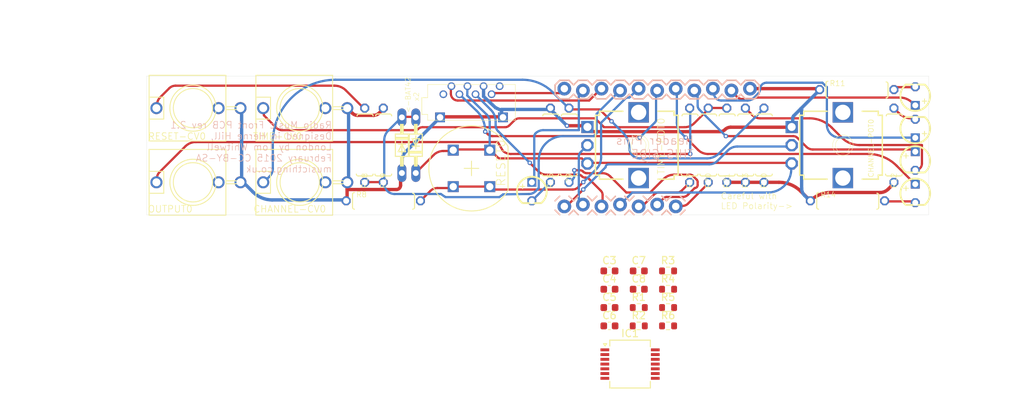
<source format=kicad_pcb>
(kicad_pcb (version 20240108) (generator "pcbnew") (generator_version "8.0")
  (layers (0 "F.Cu" signal) (1 "In1.Cu" signal) (2 "In2.Cu" signal) (31 "B.Cu" signal) (34 "B.Paste" user) (35 "F.Paste" user) (36 "B.SilkS" user "B.Silkscreen") (37 "F.SilkS" user "F.Silkscreen") (38 "B.Mask" user) (39 "F.Mask" user) (44 "Edge.Cuts" user))
  (net 0 "")
  (net 1 "GND")
  (net 2 "+12V")
  (net 3 "-12V")
  (net 4 "Net-(C5-Pad2)")
  (net 5 "Net-(IC1D-+IN)")
  (net 6 "Net-(C7-Pad1)")
  (net 7 "Net-(IC1D--IN)")
  (net 8 "Net-(IC1A-+IN)")
  (net 9 "Net-(CHANNEL-CV0-2)")
  (net 11 "/GND_F")
  (net 12 "/CHANNEL_POT_F")
  (net 13 "/+3.3V_F")
  (net 14 "/RESET_CV_F")
  (net 15 "Net-(IC1B--IN)")
  (net 16 "Net-(IC1C--IN)")
  (net 17 "Net-(IC1A--IN)")
  (net 18 "/MOSI_F")
  (net 19 "/LED1_F")
  (net 20 "/LED4_F")
  (net 21 "/LED3_F")
  (net 22 "/SS_F")
  (net 23 "/LED_RESET_F")
  (net 24 "/MISO_F")
  (net 25 "/LED2_F")
  (net 26 "/RESET_SW_F")
  (net 27 "/CHANNEL_CV_F")
  (net 28 "/SCLK_F")
  (net 29 "/TIME_CV_F")
  (net 30 "/AUDIO_OUT_F")
  (net 31 "/TIME_POT_F")
  (net 32 "Net-(LED1-C)")
  (net 33 "Net-(LED2-C)")
  (net 34 "Net-(LED3-C)")
  (net 35 "Net-(LED4-C)")
  (net 36 "Net-(LED5-C)")
  (net 38 "Net-(OUTPUT0-2)")
  (net 39 "Net-(RESET-CV0-2)")
  (net 40 "Net-(TIME-CV0-2)")
  (net 45 "/DAC")
  (net 46 "/AUDIO_OUT")
  (net 47 "/TIME_CV")
  (net 48 "/CHANNEL_CV")
  (net 49 "/PIN22{slash}A8")
  (net 50 "/PIN20{slash}A6")
  (footprint "Resistor_SMD:R_0603_1608Metric" (layer "F.Cu") (at 166.342 129.726)
    (property "Reference" "R6")
    (property "Value" "1k")
  )
  (footprint "RadioMusic_F:WQP-PJ301M-12_JACK" (layer "F.Cu") (at 115.9561 99.8986 90)
    (property "Reference" "TIME-CV0")
    (property "Value" "WQP-PJ301M-12_JACK" (hide yes))
  )
  (footprint "RadioMusic_F:0207_10" (layer "F.Cu") (at 179.4561 104.9786 90)
    (property "Reference" "R10")
    (property "Value" "47k")
  )
  (footprint "RadioMusic_F:LED3MM" (layer "F.Cu") (at 200.1571 111.5826 -90)
    (property "Reference" "LED4")
    (property "Value" "LED3MM")
  )
  (footprint "RadioMusic_F:0207_10" (layer "F.Cu") (at 127.3861 112.5986)
    (property "Reference" "R8")
    (property "Value" "10k")
  )
  (footprint "Capacitor_SMD:C_0603_1608Metric" (layer "F.Cu") (at 162.332 122.196)
    (property "Reference" "C7")
    (property "Value" "1n")
  )
  (footprint "Resistor_SMD:R_0603_1608Metric" (layer "F.Cu") (at 166.342 127.216)
    (property "Reference" "R5")
    (property "Value" "330K")
  )
  (footprint "RadioMusic_F:0207_10" (layer "F.Cu") (at 192.1561 97.3586)
    (property "Reference" "R11")
    (property "Value" "1.5k")
  )
  (footprint "RadioMusic_F:0207_10" (layer "F.Cu") (at 174.3761 104.9786 90)
    (property "Reference" "R21")
    (property "Value" "47k")
  )
  (footprint "RadioMusic_F:0207_10" (layer "F.Cu") (at 190.8861 112.5986)
    (property "Reference" "R14")
    (property "Value" "1.5k")
  )
  (footprint "RadioMusic_F:WQP-PJ301M-12_JACK" (layer "F.Cu") (at 101.3511 110.0586 90)
    (property "Reference" "OUTPUT0")
    (property "Value" "WQP-PJ301M-12_JACK" (hide yes))
  )
  (footprint "RadioMusic_F:WQP-PJ301M-12_JACK" (layer "F.Cu") (at 115.9561 110.0586 90)
    (property "Reference" "CHANNEL-CV0")
    (property "Value" "WQP-PJ301M-12_JACK" (hide yes))
  )
  (footprint "RadioMusic_F:0207_10" (layer "F.Cu") (at 169.2961 104.9786 90)
    (property "Reference" "R17")
    (property "Value" "220R")
  )
  (footprint "RadioMusic_F:LED3MM" (layer "F.Cu") (at 200.1571 107.1376 -90)
    (property "Reference" "LED3")
    (property "Value" "LED3MM")
  )
  (footprint "RadioMusic_F:0207_10" (layer "F.Cu") (at 171.8361 104.9786 90)
    (property "Reference" "R20")
    (property "Value" "22k")
  )
  (footprint "RadioMusic_F:DO34-7" (layer "F.Cu") (at 131.8311 104.9786 90)
    (property "Reference" "D7" (hide yes))
    (property "Value" "BAT42" (hide yes))
  )
  (footprint "RadioMusic_F:EVUF" (layer "F.Cu") (at 162.3111 104.9786 -90)
    (property "Reference" "TIME-POT0")
    (property "Value" "50k")
  )
  (footprint "Capacitor_SMD:C_0603_1608Metric" (layer "F.Cu") (at 162.332 124.706)
    (property "Reference" "C8")
    (property "Value" "100n")
  )
  (footprint "RadioMusic_F:WQP-PJ301M-12_JACK" (layer "F.Cu") (at 101.3511 99.8986 90)
    (property "Reference" "RESET-CV0")
    (property "Value" "WQP-PJ301M-12_JACK" (hide yes))
  )
  (footprint "RadioMusic_F:0207_10" (layer "F.Cu") (at 197.2361 104.9786 90)
    (property "Reference" "R12")
    (property "Value" "1.5k")
  )
  (footprint "RadioMusic_F:LED3MM" (layer "F.Cu") (at 147.7061 111.3286 -90)
    (property "Reference" "LED5" (hide yes))
    (property "Value" "LED3MM")
  )
  (footprint "Resistor_SMD:R_0603_1608Metric" (layer "F.Cu") (at 162.332 127.216)
    (property "Reference" "R1")
    (property "Value" "47R")
  )
  (footprint "RadioMusic_F:LED3MM" (layer "F.Cu") (at 200.1571 98.2476 90)
    (property "Reference" "LED1")
    (property "Value" "LED3MM")
  )
  (footprint "Package_SO:SSOP-14_5.3x6.2mm_P0.65mm" (layer "F.Cu") (at 161.142 134.956)
    (property "Reference" "IC1")
    (property "Value" "TL074")
  )
  (footprint "RadioMusic_F:0207_10" (layer "F.Cu") (at 150.2461 104.9786 90)
    (property "Reference" "R15")
    (property "Value" "1.5k")
  )
  (footprint "RadioMusic_F:DO34-7" (layer "F.Cu") (at 129.9261 104.9786 -90)
    (property "Reference" "D8" (hide yes))
    (property "Value" "BAT42" (hide yes))
  )
  (footprint "RadioMusic_F:D6_BUTTON_RND" (layer "F.Cu") (at 139.4511 108.1536 180)
    (property "Reference" "RESET0")
    (property "Value" "D6_PUSH_SWITCH" (hide yes))
  )
  (footprint "RadioMusic_F:0207_10" (layer "F.Cu") (at 176.9161 104.9786 90)
    (property "Reference" "R13")
    (property "Value" "1.5k")
  )
  (footprint "RadioMusic_F:0207_10" (layer "F.Cu") (at 152.7861 104.9786 90)
    (property "Reference" "R9")
    (property "Value" "22k")
  )
  (footprint "Resistor_SMD:R_0603_1608Metric" (layer "F.Cu") (at 166.342 124.706)
    (property "Reference" "R4")
    (property "Value" "8.2k")
  )
  (footprint "Resistor_SMD:R_0603_1608Metric" (layer "F.Cu") (at 162.332 129.726)
    (property "Reference" "R2")
    (property "Value" "47R")
  )
  (footprint "Resistor_SMD:R_0603_1608Metric" (layer "F.Cu") (at 166.342 122.196)
    (property "Reference" "R3")
    (property "Value" "8.2k")
  )
  (footprint "Capacitor_SMD:C_0603_1608Metric" (layer "F.Cu") (at 158.322 122.196)
    (property "Reference" "C3")
    (property "Value" "100n")
  )
  (footprint "Capacitor_SMD:C_0603_1608Metric" (layer "F.Cu") (at 158.322 129.726)
    (property "Reference" "C6")
    (property "Value" "1n")
  )
  (footprint "RadioMusic_F:0207_10" (layer "F.Cu") (at 127.3861 104.9786 90)
    (property "Reference" "R19")
    (property "Value" "100k")
  )
  (footprint "RadioMusic_F:0207_10" (layer "F.Cu") (at 124.8461 104.9786 90)
    (property "Reference" "R18")
    (property "Value" "220R")
  )
  (footprint "RadioMusic_F:EVUF" (layer "F.Cu") (at 190.2511 104.9786 -90)
    (property "Reference" "CHANNEL-POT0")
    (property "Value" "50k")
  )
  (footprint "Capacitor_SMD:C_0603_1608Metric" (layer "F.Cu") (at 158.322 124.706)
    (property "Reference" "C4")
    (property "Value" "100n")
  )
  (footprint "RadioMusic_F:VERT_MICROSD_REV2" (layer "F.Cu") (at 139.4511 97.9936)
    (property "Reference" "X1" (hide yes))
    (property "Value" "VERT_SD_CARD_REV2" (hide yes))
  )
  (footprint "Capacitor_SMD:C_0603_1608Metric" (layer "F.Cu") (at 158.322 127.216)
    (property "Reference" "C5")
    (property "Value" "100n")
  )
  (footprint "RadioMusic_F:LED3MM" (layer "F.Cu") (at 200.1571 102.6926 90)
    (property "Reference" "LED2")
    (property "Value" "LED3MM")
  )
  (footprint "RadioMusic_F:1X11_LOCK" (layer "B.Cu") (at 177.5511 97.3586 180)
    (property "Reference" "JP2" (hide yes))
    (property "Value" "M11LOCK" (hide yes))
  )
  (footprint "RadioMusic_F:1X07_LOCK" (layer "B.Cu") (at 152.1511 113.2336)
    (property "Reference" "JP4" (hide yes))
    (property "Value" "M07LOCK")
  )
  (gr_line (start 95.0011 95.5036) (end 95.0011 114.5036) (stroke (width 0.0254)) (layer "Edge.Cuts"))
  (gr_line (start 95.0011 114.5036) (end 202.0011 114.5036) (stroke (width 0.0254)) (layer "Edge.Cuts"))
  (gr_line (start 202.0011 114.5036) (end 202.0011 95.5036) (stroke (width 0.0254)) (layer "Edge.Cuts"))
  (gr_line (start 202.0011 95.5036) (end 95.0011 95.5036) (stroke (width 0.0254)) (layer "Edge.Cuts"))
  (gr_text "Radio Music Front PCB rev 2.1 \nDesigned in Herne Hill, \nLondon by Tom Whitwell \nFebruary 2015 CC-BY-SA\nmusicthing.co.uk" (at 120.4011 108.7886 0) (layer "B.SilkS") (effects (font (size 0.93472 0.93472) (thickness 0.08128)) (justify left bottom mirror)))
  (gr_text "-->" (at 165.4861 103.0736 90) (layer "B.SilkS") (effects (font (size 1.1684 1.1684) (thickness 0.1016)) (justify left bottom mirror)))
  (gr_text "-->" (at 166.7561 107.5186 0) (layer "B.SilkS") (effects (font (size 1.1684 1.1684) (thickness 0.1016)) (justify left bottom mirror)))
  (gr_text "Header Pins \nTHIS SIDE" (at 169.9311 106.8836 0) (layer "B.SilkS") (effects (font (size 1.1684 1.1684) (thickness 0.1016)) (justify left bottom mirror)))
  (gr_text "<-BAT42\n   x2" (at 131.3485 100.5844 90) (layer "F.SilkS") (effects (font (size 0.70104 0.70104) (thickness 0.06096)) (justify left)))
  (gr_text "Careful with \nLED Polarity->" (at 173.5125 113.7924 0) (layer "F.SilkS") (effects (font (size 0.841248 0.841248) (thickness 0.073152)) (justify left bottom)))
  (segment (start 156.9771 100.0764) (end 158.6027 101.702) (width 0.3048) (layer "F.Cu") (net 9))
  (segment (start 152.9131 100.0764) (end 156.9771 100.0764) (width 0.3048) (layer "F.Cu") (net 9))
  (segment (start 152.9131 100.0764) (end 152.7861 99.8986) (width 0.3048) (layer "F.Cu") (net 9))
  (via (at 158.6027 101.702) (size 0.6096) (drill 0.3048) (layers "F.Cu" "B.Cu") (net 9))
  (segment (start 179.3291 100.0764) (end 179.4561 99.8986) (width 0.3048) (layer "B.Cu") (net 9))
  (segment (start 111.0539 110.0332) (end 111.820512 109.266588) (width 0.3048) (layer "B.Cu") (net 9))
  (segment (start 120.853225 96.0124) (end 146.433637 96.0124) (width 0.3048) (layer "B.Cu") (net 9))
  (segment (start 152.7099 99.8732) (end 152.7861 99.8986) (width 0.3048) (layer "B.Cu") (net 9))
  (segment (start 162.46644 106.782) (end 171.672118 106.782) (width 0.3048) (layer "B.Cu") (net 9))
  (segment (start 158.6027 101.702) (end 160.181075 103.280375) (width 0.3048) (layer "B.Cu") (net 9))
  (segment (start 112.2731 108.173947) (end 112.2731 104.592525) (width 0.3048) (layer "B.Cu") (net 9))
  (segment (start 111.0539 110.0332) (end 110.9561 110.0586) (width 0.3048) (layer "B.Cu") (net 9))
  (segment (start 173.296228 106.109272) (end 179.3291 100.0764) (width 0.3048) (layer "B.Cu") (net 9))
  (segment (start 150.55709 97.720391) (end 152.7099 99.8732) (width 0.3048) (layer "B.Cu") (net 9))
  (arc (start 160.181075 103.280375) (mid 160.817587 104.232983) (end 161.0411 105.35666) (width 0.3048) (layer "B.Cu") (net 9))
  (arc (start 112.2731 104.592525) (mid 114.78616 98.52546) (end 120.853225 96.0124) (width 0.3048) (layer "B.Cu") (net 9))
  (arc (start 146.433637 96.0124) (mid 148.665234 96.456293) (end 150.55709 97.720391) (width 0.3048) (layer "B.Cu") (net 9))
  (arc (start 171.672118 106.782) (mid 172.55108 106.607164) (end 173.296228 106.109272) (width 0.3048) (layer "B.Cu") (net 9))
  (arc (start 161.0411 105.35666) (mid 161.458572 106.364528) (end 162.46644 106.782) (width 0.3048) (layer "B.Cu") (net 9))
  (arc (start 111.820512 109.266588) (mid 112.155476 108.76528) (end 112.2731 108.173947) (width 0.3048) (layer "B.Cu") (net 9))
  (segment (start 122.4331 110.2364) (end 122.4331 111.0492) (width 0.4572) (layer "F.Cu") (net 11))
  (segment (start 179.4561 110.0586) (end 181.501671 110.0586) (width 0.4572) (layer "F.Cu") (net 11))
  (segment (start 176.9161 110.0586) (end 179.4561 110.0586) (width 0.4572) (layer "F.Cu") (net 11))
  (segment (start 122.6363 100.0764) (end 122.4561 99.8986) (width 0.4572) (layer "F.Cu") (net 11))
  (segment (start 155.9611 103.1244) (end 155.3515 102.5148) (width 0.4572) (layer "F.Cu") (net 11))
  (segment (start 155.1483 102.3116) (end 152.5067 102.3116) (width 0.4572) (layer "F.Cu") (net 11))
  (segment (start 174.3761 110.0586) (end 176.9161 110.0586) (width 0.4572) (layer "F.Cu") (net 11))
  (segment (start 122.6363 100.0764) (end 123.156584 100.596685) (width 0.4572) (layer "F.Cu") (net 11))
  (segment (start 187.0507 97.2316) (end 177.5511 97.2316) (width 0.4572) (layer "F.Cu") (net 11))
  (segment (start 127.3099 100.0764) (end 127.3861 99.8986) (width 0.4572) (layer "F.Cu") (net 11))
  (segment (start 187.0507 97.2316) (end 187.0761 97.3586) (width 0.4572) (layer "F.Cu") (net 11))
  (segment (start 126.807959 100.578341) (end 127.3099 100.0764) (width 0.4572) (layer "F.Cu") (net 11))
  (segment (start 155.1483 102.3116) (end 155.3111 102.4786) (width 0.4572) (layer "F.Cu") (net 11))
  (segment (start 123.862778 100.8892) (end 126.057478 100.8892) (width 0.4572) (layer "F.Cu") (net 11))
  (segment (start 129.7483 108.814) (end 129.9261 108.7886) (width 0.4572) (layer "F.Cu") (net 11))
  (segment (start 135.2347 101.0924) (end 135.1511 101.1636) (width 0.4572) (layer "F.Cu") (net 11))
  (segment (start 155.3515 102.5148) (end 155.3111 102.4786) (width 0.4572) (layer "F.Cu") (net 11))
  (segment (start 183.1899 102.5148) (end 183.2511 102.4786) (width 0.4572) (layer "F.Cu") (net 11))
  (segment (start 122.4331 112.4716) (end 122.3061 112.5986) (width 0.4572) (layer "F.Cu") (net 11))
  (segment (start 122.4331 111.0492) (end 129.169093 111.0492) (width 0.4572) (layer "F.Cu") (net 11))
  (segment (start 195.351446 111.4556) (end 188.565546 111.4556) (width 0.4572) (layer "F.Cu") (net 11))
  (segment (start 173.425825 103.1244) (end 155.9611 103.1244) (width 0.4572) (layer "F.Cu") (net 11))
  (segment (start 122.4331 111.0492) (end 122.4331 112.4716) (width 0.4572) (layer "F.Cu") (net 11))
  (segment (start 197.2107 110.2364) (end 196.444087 111.003013) (width 0.4572) (layer "F.Cu") (net 11))
  (segment (start 129.7483 110.469994) (end 129.7483 108.814) (width 0.4572) (layer "F.Cu") (net 11))
  (segment (start 183.1899 102.5148) (end 174.897531 102.5148) (width 0.4572) (layer "F.Cu") (net 11))
  (segment (start 143.5659 101.0924) (end 143.7511 101.1636) (width 0.4572) (layer "F.Cu") (net 11))
  (segment (start 122.4331 110.2364) (end 122.4561 110.0586) (width 0.4572) (layer "F.Cu") (net 11))
  (segment (start 184.51374 111.306241) (end 185.8061 112.5986) (width 0.4572) (layer "F.Cu") (net 11))
  (segment (start 143.5659 101.0924) (end 135.2347 101.0924) (width 0.4572) (layer "F.Cu") (net 11))
  (segment (start 197.2107 110.2364) (end 197.2361 110.0586) (width 0.4572) (layer "F.Cu") (net 11))
  (via (at 152.5067 102.3116) (size 0.6096) (drill 0.3048) (layers "F.Cu" "B.Cu") (net 11))
  (arc (start 174.897531 102.5148) (mid 174.486192 102.59662) (end 174.137475 102.829625) (width 0.4572) (layer "F.Cu") (net 11))
  (arc (start 174.137475 102.829625) (mid 173.810967 103.04779) (end 173.425825 103.1244) (width 0.4572) (layer "F.Cu") (net 11))
  (arc (start 126.057478 100.8892) (mid 126.463635 100.80841) (end 126.807959 100.578341) (width 0.4572) (layer "F.Cu") (net 11))
  (arc (start 123.156584 100.596685) (mid 123.480588 100.813178) (end 123.862778 100.8892) (width 0.4572) (layer "F.Cu") (net 11))
  (arc (start 129.169093 111.0492) (mid 129.578654 110.879555) (end 129.7483 110.469994) (width 0.4572) (layer "F.Cu") (net 11))
  (arc (start 181.501671 110.0586) (mid 183.131791 110.382852) (end 184.51374 111.306241) (width 0.4572) (layer "F.Cu") (net 11))
  (arc (start 188.565546 111.4556) (mid 187.072145 111.752656) (end 185.8061 112.5986) (width 0.4572) (layer "F.Cu") (net 11))
  (arc (start 196.444087 111.003013) (mid 195.942779 111.337976) (end 195.351446 111.4556) (width 0.4572) (layer "F.Cu") (net 11))
  (segment (start 143.5659 101.0924) (end 143.7511 101.1636) (width 0.4572) (layer "B.Cu") (net 11))
  (segment (start 150.2715 100.0764) (end 150.2461 99.8986) (width 0.4572) (layer "B.Cu") (net 11))
  (segment (start 183.3931 102.3116) (end 183.2511 102.4786) (width 0.4572) (layer "B.Cu") (net 11))
  (segment (start 152.5067 102.3116) (end 150.2715 100.0764) (width 0.4572) (layer "B.Cu") (net 11))
  (segment (start 129.9515 108.6108) (end 129.9515 107.075544) (width 0.4572) (layer "B.Cu") (net 11))
  (segment (start 130.446434 105.880666) (end 135.0315 101.2956) (width 0.4572) (layer "B.Cu") (net 11))
  (segment (start 143.4643 100.178) (end 142.7531 99.8478) (width 0.4572) (layer "B.Cu") (net 11))
  (segment (start 185.027112 111.870413) (end 185.6283 112.4716) (width 0.4572) (layer "B.Cu") (net 11))
  (segment (start 122.6363 110.0332) (end 122.6363 100.0764) (width 0.4572) (layer "B.Cu") (net 11))
  (segment (start 143.5659 100.0764) (end 150.0683 100.0764) (width 0.4572) (layer "B.Cu") (net 11))
  (segment (start 129.9515 108.6108) (end 129.9261 108.7886) (width 0.4572) (layer "B.Cu") (net 11))
  (segment (start 183.543553 100.941947) (end 184.5107 99.9748) (width 0.4572) (layer "B.Cu") (net 11))
  (segment (start 108.0059 100.0764) (end 108.0059 110.0332) (width 0.4572) (layer "B.Cu") (net 11))
  (segment (start 184.5107 99.9748) (end 187.0507 97.4348) (width 0.4572) (layer "B.Cu") (net 11))
  (segment (start 135.0315 101.2956) (end 135.1511 101.1636) (width 0.4572) (layer "B.Cu") (net 11))
  (segment (start 122.2299 112.4716) (end 122.3061 112.5986) (width 0.4572) (layer "B.Cu") (net 11))
  (segment (start 122.6363 110.0332) (end 122.4561 110.0586) (width 0.4572) (layer "B.Cu") (net 11))
  (segment (start 108.0059 110.0332) (end 107.8511 110.0586) (width 0.4572) (layer "B.Cu") (net 11))
  (segment (start 184.6123 100.0764) (end 184.5107 99.9748) (width 0.4572) (layer "B.Cu") (net 11))
  (segment (start 122.2299 112.4716) (end 112.188606 112.4716) (width 0.4572) (layer "B.Cu") (net 11))
  (segment (start 143.5659 100.2796) (end 143.4643 100.178) (width 0.4572) (layer "B.Cu") (net 11))
  (segment (start 143.5659 101.0924) (end 143.5659 100.2796) (width 0.4572) (layer "B.Cu") (net 11))
  (segment (start 109.557775 111.381875) (end 108.2091 110.0332) (width 0.4572) (layer "B.Cu") (net 11))
  (segment (start 108.2091 110.0332) (end 107.8511 110.0586) (width 0.4572) (layer "B.Cu") (net 11))
  (segment (start 142.7531 99.8478) (end 141.1021 98.2984) (width 0.4572) (layer "B.Cu") (net 11))
  (segment (start 184.6123 100.0764) (end 184.6123 110.868966) (width 0.4572) (layer "B.Cu") (net 11))
  (segment (start 185.6283 112.4716) (end 185.8061 112.5986) (width 0.4572) (layer "B.Cu") (net 11))
  (segment (start 108.0059 100.0764) (end 107.8511 99.8986) (width 0.4572) (layer "B.Cu") (net 11))
  (segment (start 143.5659 100.0764) (end 143.4643 100.178) (width 0.4572) (layer "B.Cu") (net 11))
  (segment (start 122.6363 100.0764) (end 122.4561 99.8986) (width 0.4572) (layer "B.Cu") (net 11))
  (segment (start 141.1021 98.2984) (end 141.1011 96.8936) (width 0.4572) (layer "B.Cu") (net 11))
  (segment (start 150.0683 100.0764) (end 150.2461 99.8986) (width 0.4572) (layer "B.Cu") (net 11))
  (segment (start 187.0507 97.4348) (end 187.0761 97.3586) (width 0.4572) (layer "B.Cu") (net 11))
  (segment (start 183.3931 102.3116) (end 183.3931 101.305175) (width 0.4572) (layer "B.Cu") (net 11))
  (arc (start 129.9515 107.075544) (mid 130.080129 106.428881) (end 130.446434 105.880666) (width 0.4572) (layer "B.Cu") (net 11))
  (arc (start 183.3931 101.305175) (mid 183.432201 101.108598) (end 183.543553 100.941947) (width 0.4572) (layer "B.Cu") (net 11))
  (arc (start 112.188606 112.4716) (mid 110.764811 112.18839) (end 109.557775 111.381875) (width 0.4572) (layer "B.Cu") (net 11))
  (arc (start 184.6123 110.868966) (mid 184.720106 111.410945) (end 185.027112 111.870413) (width 0.4572) (layer "B.Cu") (net 11))
  (segment (start 152.5067 113.2844) (end 154.7419 111.0492) (width 0.3048) (layer "F.Cu") (net 12))
  (segment (start 152.3035 113.2844) (end 152.1511 113.3606) (width 0.3048) (layer "F.Cu") (net 12))
  (segment (start 152.3035 113.2844) (end 152.5067 113.2844) (width 0.3048) (layer "F.Cu") (net 12))
  (via (at 154.7419 111.0492) (size 0.6096) (drill 0.3048) (layers "F.Cu" "B.Cu") (net 12))
  (segment (start 154.7419 111.0492) (end 157.7899 108.0012) (width 0.3048) (layer "B.Cu") (net 12))
  (segment (start 158.1963 107.5948) (end 171.977506 107.5948) (width 0.3048) (layer "B.Cu") (net 12))
  (segment (start 173.080287 107.138013) (end 174.527862 105.690438) (width 0.3048) (layer "B.Cu") (net 12))
  (segment (start 175.817143 105.1564) (end 183.1899 105.1564) (width 0.3048) (layer "B.Cu") (net 12))
  (segment (start 183.1899 105.1564) (end 183.2511 104.9786) (width 0.3048) (layer "B.Cu") (net 12))
  (arc (start 174.527862 105.690438) (mid 175.119389 105.295192) (end 175.817143 105.1564) (width 0.3048) (layer "B.Cu") (net 12))
  (arc (start 157.7899 108.0012) (mid 157.908932 107.713832) (end 158.1963 107.5948) (width 0.3048) (layer "B.Cu") (net 12))
  (arc (start 171.977506 107.5948) (mid 172.574327 107.476085) (end 173.080287 107.138013) (width 0.3048) (layer "B.Cu") (net 12))
  (segment (start 183.1899 107.3916) (end 183.2511 107.4786) (width 0.3048) (layer "F.Cu") (net 13))
  (segment (start 143.384412 106.782) (end 154.5387 106.782) (width 0.3048) (layer "F.Cu") (net 13))
  (segment (start 155.3515 107.3916) (end 155.3111 107.4786) (width 0.3048) (layer "F.Cu") (net 13))
  (segment (start 134.262459 106.331841) (end 131.9835 108.6108) (width 0.3048) (layer "F.Cu") (net 13))
  (segment (start 137.0635 105.5628) (end 136.9511 105.6536) (width 0.3048) (layer "F.Cu") (net 13))
  (segment (start 154.5387 106.782) (end 155.1483 107.3916) (width 0.3048) (layer "F.Cu") (net 13))
  (segment (start 131.9835 108.6108) (end 131.8311 108.7886) (width 0.3048) (layer "F.Cu") (net 13))
  (segment (start 141.9403 105.5628) (end 141.9511 105.6536) (width 0.3048) (layer "F.Cu") (net 13))
  (segment (start 136.8603 105.766) (end 135.628521 105.766) (width 0.3048) (layer "F.Cu") (net 13))
  (segment (start 155.3515 107.3916) (end 183.1899 107.3916) (width 0.3048) (layer "F.Cu") (net 13))
  (segment (start 136.8603 105.766) (end 136.9511 105.6536) (width 0.3048) (layer "F.Cu") (net 13))
  (segment (start 142.1435 105.766) (end 143.000462 106.622963) (width 0.3048) (layer "F.Cu") (net 13))
  (segment (start 141.9403 105.5628) (end 137.0635 105.5628) (width 0.3048) (layer "F.Cu") (net 13))
  (segment (start 155.1483 107.3916) (end 155.3111 107.4786) (width 0.3048) (layer "F.Cu") (net 13))
  (segment (start 142.1435 105.766) (end 141.9511 105.6536) (width 0.3048) (layer "F.Cu") (net 13))
  (arc (start 135.628521 105.766) (mid 134.889214 105.913057) (end 134.262459 106.331841) (width 0.3048) (layer "F.Cu") (net 13))
  (arc (start 143.000462 106.622963) (mid 143.17662 106.740668) (end 143.384412 106.782) (width 0.3048) (layer "F.Cu") (net 13))
  (segment (start 141.9403 105.5628) (end 141.9403 101.768738) (width 0.3048) (layer "B.Cu") (net 13))
  (segment (start 138.8669 98.1714) (end 138.9011 96.8936) (width 0.3048) (layer "B.Cu") (net 13))
  (segment (start 179.996262 111.4556) (end 161.4475 111.4556) (width 0.3048) (layer "B.Cu") (net 13))
  (segment (start 141.5339 100.7876) (end 138.8669 98.1714) (width 0.3048) (layer "B.Cu") (net 13))
  (segment (start 183.1899 107.5948) (end 183.2511 107.4786) (width 0.3048) (layer "B.Cu") (net 13))
  (segment (start 141.9403 105.5628) (end 141.9511 105.6536) (width 0.3048) (layer "B.Cu") (net 13))
  (segment (start 161.4475 111.4556) (end 159.8219 113.0812) (width 0.3048) (layer "B.Cu") (net 13))
  (segment (start 183.1899 107.5948) (end 183.1899 108.261963) (width 0.3048) (layer "B.Cu") (net 13))
  (segment (start 159.8219 113.0812) (end 159.7711 113.1066) (width 0.3048) (layer "B.Cu") (net 13))
  (arc (start 141.9403 101.768738) (mid 141.83468 101.23775) (end 141.5339 100.7876) (width 0.3048) (layer "B.Cu") (net 13))
  (arc (start 183.1899 108.261963) (mid 182.254505 110.520205) (end 179.996262 111.4556) (width 0.3048) (layer "B.Cu") (net 13))
  (segment (start 129.9515 101.0924) (end 129.9261 101.1686) (width 0.3048) (layer "F.Cu") (net 14))
  (segment (start 131.7803 101.0924) (end 131.8311 101.1686) (width 0.3048) (layer "F.Cu") (net 14))
  (segment (start 127.3099 110.0332) (end 127.3861 110.0586) (width 0.3048) (layer "F.Cu") (net 14))
  (segment (start 131.7803 101.0924) (end 129.9515 101.0924) (width 0.3048) (layer "F.Cu") (net 14))
  (segment (start 127.3099 110.0332) (end 124.8715 110.0332) (width 0.3048) (layer "F.Cu") (net 14))
  (segment (start 124.8715 110.0332) (end 124.8461 110.0586) (width 0.3048) (layer "F.Cu") (net 14))
  (segment (start 129.7483 101.2956) (end 129.9261 101.1686) (width 0.3048) (layer "B.Cu") (net 14))
  (segment (start 156.1643 103.734) (end 156.5707 103.3276) (width 0.3048) (layer "B.Cu") (net 14))
  (segment (start 143.7691 111.7096) (end 147.323725 111.6588) (width 0.3048) (layer "B.Cu") (net 14))
  (segment (start 148.193281 111.298619) (end 148.6459 110.846) (width 0.3048) (layer "B.Cu") (net 14))
  (segment (start 127.5131 110.0332) (end 127.3861 110.0586) (width 0.3048) (layer "B.Cu") (net 14))
  (segment (start 127.5131 110.0332) (end 127.5131 104.29486) (width 0.3048) (layer "B.Cu") (net 14))
  (segment (start 135.8951 112.0906) (end 143.2611 112.0906) (width 0.3048) (layer "B.Cu") (net 14))
  (segment (start 148.6459 110.846) (end 148.6459 107.098419) (width 0.3048) (layer "B.Cu") (net 14))
  (segment (start 135.2601 111.6588) (end 135.8951 112.0906) (width 0.3048) (layer "B.Cu") (net 14))
  (segment (start 156.5707 100.686) (end 159.7711 97.4856) (width 0.3048) (layer "B.Cu") (net 14))
  (segment (start 156.5707 103.3276) (end 156.5707 100.686) (width 0.3048) (layer "B.Cu") (net 14))
  (segment (start 127.5131 110.2364) (end 127.3861 110.0586) (width 0.3048) (layer "B.Cu") (net 14))
  (segment (start 128.053371 102.990529) (end 129.7483 101.2956) (width 0.3048) (layer "B.Cu") (net 14))
  (segment (start 128.9355 111.6588) (end 135.2601 111.6588) (width 0.3048) (layer "B.Cu") (net 14))
  (segment (start 152.010318 103.734) (end 156.1643 103.734) (width 0.3048) (layer "B.Cu") (net 14))
  (segment (start 143.2611 112.0906) (end 143.7691 111.7096) (width 0.3048) (layer "B.Cu") (net 14))
  (arc (start 127.5131 104.29486) (mid 127.653512 103.588961) (end 128.053371 102.990529) (width 0.3048) (layer "B.Cu") (net 14))
  (arc (start 148.6459 107.098419) (mid 149.631315 104.719416) (end 152.010318 103.734) (width 0.3048) (layer "B.Cu") (net 14))
  (arc (start 127.5131 110.2364) (mid 127.929711 111.242189) (end 128.9355 111.6588) (width 0.3048) (layer "B.Cu") (net 14))
  (arc (start 147.323725 111.6588) (mid 147.794325 111.565192) (end 148.193281 111.298619) (width 0.3048) (layer "B.Cu") (net 14))
  (segment (start 141.661443 103.455144) (end 141.3307 103.1244) (width 0.3048) (layer "F.Cu") (net 18))
  (segment (start 162.2603 103.734) (end 142.334662 103.734) (width 0.3048) (layer "F.Cu") (net 18))
  (segment (start 162.4635 103.9372) (end 162.2603 103.734) (width 0.3048) (layer "F.Cu") (net 18))
  (via (at 141.3307 103.1244) (size 0.6096) (drill 0.3048) (layers "F.Cu" "B.Cu") (net 18))
  (via (at 162.4635 103.9372) (size 0.6096) (drill 0.3048) (layers "F.Cu" "B.Cu") (net 18))
  (arc (start 142.334662 103.734) (mid 141.970318 103.661528) (end 141.661443 103.455144) (width 0.3048) (layer "F.Cu") (net 18))
  (segment (start 137.8509 98.0444) (end 137.8011 97.9936) (width 0.3048) (layer "B.Cu") (net 18))
  (segment (start 140.134628 100.244782) (end 137.8509 98.0444) (width 0.3048) (layer "B.Cu") (net 18))
  (segment (start 164.55425 101.84645) (end 162.4635 103.9372) (width 0.3048) (layer "B.Cu") (net 18))
  (segment (start 141.3307 103.1244) (end 141.3307 103.058119) (width 0.3048) (layer "B.Cu") (net 18))
  (segment (start 164.6987 97.638) (end 164.6987 101.497719) (width 0.3048) (layer "B.Cu") (net 18))
  (segment (start 164.6987 97.638) (end 164.8511 97.4856) (width 0.3048) (layer "B.Cu") (net 18))
  (arc (start 164.6987 101.497719) (mid 164.661159 101.686451) (end 164.55425 101.84645) (width 0.3048) (layer "B.Cu") (net 18))
  (arc (start 141.3307 103.058119) (mid 141.019269 101.529602) (end 140.134628 100.244782) (width 0.3048) (layer "B.Cu") (net 18))
  (segment (start 175.0619 97.638) (end 175.765353 98.341454) (width 0.3048) (layer "F.Cu") (net 19))
  (segment (start 199.738968 99.150269) (end 200.0555 99.4668) (width 0.3048) (layer "F.Cu") (net 19))
  (segment (start 175.0619 97.638) (end 175.0111 97.4856) (width 0.3048) (layer "F.Cu") (net 19))
  (segment (start 200.0555 99.4668) (end 200.1571 99.5176) (width 0.3048) (layer "F.Cu") (net 19))
  (segment (start 176.519906 98.654) (end 177.9067 98.654) (width 0.3048) (layer "F.Cu") (net 19))
  (segment (start 178.397268 98.4508) (end 198.0503 98.4508) (width 0.3048) (layer "F.Cu") (net 19))
  (arc (start 175.765353 98.341454) (mid 176.111545 98.572772) (end 176.519906 98.654) (width 0.3048) (layer "F.Cu") (net 19))
  (arc (start 198.0503 98.4508) (mid 198.9642 98.632586) (end 199.738968 99.150269) (width 0.3048) (layer "F.Cu") (net 19))
  (arc (start 177.9067 98.654) (mid 178.131775 98.50361) (end 178.397268 98.4508) (width 0.3048) (layer "F.Cu") (net 19))
  (segment (start 200.0555 110.2364) (end 200.1571 110.3126) (width 0.3048) (layer "F.Cu") (net 20))
  (segment (start 168.7627 103.9372) (end 170.442525 105.617025) (width 0.3048) (layer "F.Cu") (net 20))
  (segment (start 197.613921 107.794822) (end 200.0555 110.2364) (width 0.3048) (layer "F.Cu") (net 20))
  (segment (start 171.783318 106.1724) (end 193.69705 106.1724) (width 0.3048) (layer "F.Cu") (net 20))
  (via (at 168.7627 103.9372) (size 0.6096) (drill 0.3048) (layers "F.Cu" "B.Cu") (net 20))
  (arc (start 170.442525 105.617025) (mid 171.057686 106.028062) (end 171.783318 106.1724) (width 0.3048) (layer "F.Cu") (net 20))
  (arc (start 193.69705 106.1724) (mid 195.816845 106.594054) (end 197.613921 107.794822) (width 0.3048) (layer "F.Cu") (net 20))
  (segment (start 167.5435 97.2316) (end 167.5435 101.899185) (width 0.3048) (layer "B.Cu") (net 20))
  (segment (start 167.5435 97.2316) (end 167.3911 97.2316) (width 0.3048) (layer "B.Cu") (net 20))
  (segment (start 168.12249 103.296991) (end 168.7627 103.9372) (width 0.3048) (layer "B.Cu") (net 20))
  (arc (start 167.5435 101.899185) (mid 167.693974 102.655672) (end 168.12249 103.296991) (width 0.3048) (layer "B.Cu") (net 20))
  (segment (start 184.036746 103.971247) (end 185.267428 105.201929) (width 0.3048) (layer "F.Cu") (net 21))
  (segment (start 199.8523 105.5628) (end 200.1571 105.8676) (width 0.3048) (layer "F.Cu") (net 21))
  (segment (start 174.2491 103.734) (end 183.463981 103.734) (width 0.3048) (layer "F.Cu") (net 21))
  (segment (start 186.13865 105.5628) (end 199.8523 105.5628) (width 0.3048) (layer "F.Cu") (net 21))
  (via (at 174.2491 103.734) (size 0.6096) (drill 0.3048) (layers "F.Cu" "B.Cu") (net 21))
  (arc (start 185.267428 105.201929) (mid 185.667148 105.469013) (end 186.13865 105.5628) (width 0.3048) (layer "F.Cu") (net 21))
  (arc (start 183.463981 103.734) (mid 183.773959 103.795659) (end 184.036746 103.971247) (width 0.3048) (layer "F.Cu") (net 21))
  (segment (start 169.9819 97.638) (end 170.3883 98.0444) (width 0.3048) (layer "B.Cu") (net 21))
  (segment (start 170.3883 98.0444) (end 170.3883 99.536366) (width 0.3048) (layer "B.Cu") (net 21))
  (segment (start 169.9819 97.638) (end 169.9311 97.4856) (width 0.3048) (layer "B.Cu") (net 21))
  (segment (start 170.626478 100.111379) (end 174.2491 103.734) (width 0.3048) (layer "B.Cu") (net 21))
  (arc (start 170.3883 99.536366) (mid 170.450201 99.847561) (end 170.626478 100.111379) (width 0.3048) (layer "B.Cu") (net 21))
  (segment (start 136.6317 97.0284) (end 136.7011 96.8936) (width 0.3048) (layer "F.Cu") (net 22))
  (segment (start 157.1803 97.2316) (end 155.5547 98.8572) (width 0.3048) (layer "F.Cu") (net 22))
  (segment (start 155.5547 98.8572) (end 137.57424 98.8572) (width 0.3048) (layer "F.Cu") (net 22))
  (segment (start 136.6317 97.91466) (end 136.6317 97.0284) (width 0.3048) (layer "F.Cu") (net 22))
  (segment (start 157.1803 97.2316) (end 157.2311 97.2316) (width 0.3048) (layer "F.Cu") (net 22))
  (arc (start 137.57424 98.8572) (mid 136.907764 98.581136) (end 136.6317 97.91466) (width 0.3048) (layer "F.Cu") (net 22))
  (segment (start 148.0363 109.83) (end 147.8331 110.0332) (width 0.3048) (layer "B.Cu") (net 23))
  (segment (start 154.1323 98.0444) (end 154.1323 102.9212) (width 0.3048) (layer "B.Cu") (net 23))
  (segment (start 154.6911 97.4856) (end 154.1323 98.0444) (width 0.3048) (layer "B.Cu") (net 23))
  (segment (start 154.1323 102.9212) (end 149.250743 102.9212) (width 0.3048) (layer "B.Cu") (net 23))
  (segment (start 147.8331 110.0332) (end 147.7061 110.0586) (width 0.3048) (layer "B.Cu") (net 23))
  (segment (start 148.0363 103.78806) (end 148.0363 109.83) (width 0.3048) (layer "B.Cu") (net 23))
  (arc (start 148.218209 103.348891) (mid 148.083576 103.550384) (end 148.0363 103.78806) (width 0.3048) (layer "B.Cu") (net 23))
  (arc (start 149.250743 102.9212) (mid 148.691939 103.032353) (end 148.218209 103.348891) (width 0.3048) (layer "B.Cu") (net 23))
  (segment (start 151.4907 97.8412) (end 142.7531 97.8412) (width 0.3048) (layer "F.Cu") (net 24))
  (segment (start 142.7531 97.8412) (end 142.2011 97.9936) (width 0.3048) (layer "F.Cu") (net 24))
  (segment (start 152.1003 97.2316) (end 152.1511 97.2316) (width 0.3048) (layer "F.Cu") (net 24))
  (segment (start 152.1003 97.2316) (end 151.4907 97.8412) (width 0.3048) (layer "F.Cu") (net 24))
  (segment (start 173.612793 98.8572) (end 177.219418 98.8572) (width 0.3048) (layer "B.Cu") (net 25))
  (segment (start 187.4571 96.4188) (end 188.0667 97.0284) (width 0.3048) (layer "B.Cu") (net 25))
  (segment (start 178.045796 98.514904) (end 178.691956 97.868744) (width 0.3048) (layer "B.Cu") (net 25))
  (segment (start 188.0667 97.0284) (end 188.0667 102.18166) (width 0.3048) (layer "B.Cu") (net 25))
  (segment (start 172.6235 97.2316) (end 172.4711 97.2316) (width 0.3048) (layer "B.Cu") (net 25))
  (segment (start 179.815578 96.4188) (end 187.4571 96.4188) (width 0.3048) (layer "B.Cu") (net 25))
  (segment (start 189.82224 103.9372) (end 200.0555 103.9372) (width 0.3048) (layer "B.Cu") (net 25))
  (segment (start 172.6235 97.2316) (end 172.6235 97.867907) (width 0.3048) (layer "B.Cu") (net 25))
  (segment (start 200.0555 103.9372) (end 200.1571 103.9626) (width 0.3048) (layer "B.Cu") (net 25))
  (arc (start 178.9227 97.311679) (mid 179.184218 96.680318) (end 179.815578 96.4188) (width 0.3048) (layer "B.Cu") (net 25))
  (arc (start 178.691956 97.868744) (mid 178.862731 97.61316) (end 178.9227 97.311679) (width 0.3048) (layer "B.Cu") (net 25))
  (arc (start 172.6235 97.867907) (mid 172.913257 98.567443) (end 173.612793 98.8572) (width 0.3048) (layer "B.Cu") (net 25))
  (arc (start 177.219418 98.8572) (mid 177.66665 98.76824) (end 178.045796 98.514904) (width 0.3048) (layer "B.Cu") (net 25))
  (arc (start 188.0667 102.18166) (mid 188.580886 103.423014) (end 189.82224 103.9372) (width 0.3048) (layer "B.Cu") (net 25))
  (segment (start 141.9403 110.6428) (end 137.0635 110.6428) (width 0.3048) (layer "F.Cu") (net 26))
  (segment (start 154.029462 110.745638) (end 154.7419 110.0332) (width 0.3048) (layer "F.Cu") (net 26))
  (segment (start 133.818278 111.246422) (end 132.4661 112.5986) (width 0.3048) (layer "F.Cu") (net 26))
  (segment (start 141.9403 110.6428) (end 141.9511 110.6536) (width 0.3048) (layer "F.Cu") (net 26))
  (segment (start 141.9511 110.6536) (end 142.3467 111.0492) (width 0.3048) (layer "F.Cu") (net 26))
  (segment (start 137.0635 110.6428) (end 136.9511 110.6536) (width 0.3048) (layer "F.Cu") (net 26))
  (segment (start 136.8603 110.846) (end 136.9511 110.6536) (width 0.3048) (layer "F.Cu") (net 26))
  (segment (start 142.3467 111.0492) (end 153.296596 111.0492) (width 0.3048) (layer "F.Cu") (net 26))
  (segment (start 136.8603 110.846) (end 134.784981 110.846) (width 0.3048) (layer "F.Cu") (net 26))
  (via (at 154.7419 110.0332) (size 0.6096) (drill 0.3048) (layers "F.Cu" "B.Cu") (net 26))
  (arc (start 134.784981 110.846) (mid 134.261805 110.950066) (end 133.818278 111.246422) (width 0.3048) (layer "F.Cu") (net 26))
  (arc (start 153.296596 111.0492) (mid 153.69322 110.970307) (end 154.029462 110.745638) (width 0.3048) (layer "F.Cu") (net 26))
  (segment (start 154.7419 110.0332) (end 156.509178 108.265922) (width 0.3048) (layer "B.Cu") (net 26))
  (segment (start 160.6347 98.4508) (end 161.0411 98.4508) (width 0.3048) (layer "B.Cu") (net 26))
  (segment (start 157.1803 106.645691) (end 157.1803 101.9052) (width 0.3048) (layer "B.Cu") (net 26))
  (segment (start 157.1803 101.9052) (end 160.6347 98.4508) (width 0.3048) (layer "B.Cu") (net 26))
  (segment (start 161.0411 98.4508) (end 162.2603 97.2316) (width 0.3048) (layer "B.Cu") (net 26))
  (segment (start 162.2603 97.2316) (end 162.3111 97.2316) (width 0.3048) (layer "B.Cu") (net 26))
  (arc (start 156.509178 108.265922) (mid 157.005881 107.522554) (end 157.1803 106.645691) (width 0.3048) (layer "B.Cu") (net 26))
  (segment (start 154.284012 108.4076) (end 153.5227 108.4076) (width 0.3048) (layer "F.Cu") (net 27))
  (segment (start 157.388621 108.814) (end 155.260906 108.814) (width 0.3048) (layer "F.Cu") (net 27))
  (segment (start 170.258375 109.700075) (end 169.699315 109.141016) (width 0.3048) (layer "F.Cu") (net 27))
  (segment (start 170.3883 110.4396) (end 170.3883 110.013741) (width 0.3048) (layer "F.Cu") (net 27))
  (segment (start 165.742306 109.599194) (end 163.8859 111.4556) (width 0.3048) (layer "F.Cu") (net 27))
  (segment (start 163.8859 111.4556) (end 160.6347 111.4556) (width 0.3048) (layer "F.Cu") (net 27))
  (segment (start 169.400396 109.0172) (end 167.147362 109.0172) (width 0.3048) (layer "F.Cu") (net 27))
  (segment (start 164.9019 113.0812) (end 164.8511 113.1066) (width 0.3048) (layer "F.Cu") (net 27))
  (segment (start 154.72179 108.590691) (end 154.71879 108.587691) (width 0.3048) (layer "F.Cu") (net 27))
  (segment (start 169.067809 111.760091) (end 169.9819 110.846) (width 0.3048) (layer "F.Cu") (net 27))
  (segment (start 164.9019 113.0812) (end 165.750718 112.232382) (width 0.3048) (layer "F.Cu") (net 27))
  (segment (start 166.154331 112.0652) (end 168.331209 112.0652) (width 0.3048) (layer "F.Cu") (net 27))
  (segment (start 160.6347 111.4556) (end 158.420531 109.241432) (width 0.3048) (layer "F.Cu") (net 27))
  (via (at 153.5227 108.4076) (size 0.6096) (drill 0.3048) (layers "F.Cu" "B.Cu") (net 27))
  (arc (start 170.3883 110.013741) (mid 170.354533 109.843986) (end 170.258375 109.700075) (width 0.3048) (layer "F.Cu") (net 27))
  (arc (start 155.260906 108.814) (mid 154.969138 108.755964) (end 154.72179 108.590691) (width 0.3048) (layer "F.Cu") (net 27))
  (arc (start 167.147362 109.0172) (mid 166.386951 109.168455) (end 165.742306 109.599194) (width 0.3048) (layer "F.Cu") (net 27))
  (arc (start 165.750718 112.232382) (mid 165.935897 112.108649) (end 166.154331 112.0652) (width 0.3048) (layer "F.Cu") (net 27))
  (arc (start 158.420531 109.241432) (mid 157.947087 108.925086) (end 157.388621 108.814) (width 0.3048) (layer "F.Cu") (net 27))
  (arc (start 154.71879 108.587691) (mid 154.519312 108.454404) (end 154.284012 108.4076) (width 0.3048) (layer "F.Cu") (net 27))
  (arc (start 169.699315 109.141016) (mid 169.56217 109.049379) (end 169.400396 109.0172) (width 0.3048) (layer "F.Cu") (net 27))
  (arc (start 169.9819 110.846) (mid 170.269268 110.726968) (end 170.3883 110.4396) (width 0.3048) (layer "F.Cu") (net 27))
  (arc (start 168.331209 112.0652) (mid 168.729854 111.985905) (end 169.067809 111.760091) (width 0.3048) (layer "F.Cu") (net 27))
  (segment (start 153.306956 109.639344) (end 152.9131 110.0332) (width 0.3048) (layer "B.Cu") (net 27))
  (segment (start 153.5227 108.4076) (end 153.5227 109.118491) (width 0.3048) (layer "B.Cu") (net 27))
  (segment (start 152.9131 110.0332) (end 152.7861 110.0586) (width 0.3048) (layer "B.Cu") (net 27))
  (arc (start 153.5227 109.118491) (mid 153.46663 109.400374) (end 153.306956 109.639344) (width 0.3048) (layer "B.Cu") (net 27))
  (segment (start 157.149896 111.221997) (end 155.537634 109.609735) (width 0.3048) (layer "F.Cu") (net 28))
  (segment (start 148.58385 108.54875) (end 147.4267 107.3916) (width 0.3048) (layer "F.Cu") (net 28))
  (segment (start 157.3835 113.2844) (end 157.3835 111.785966) (width 0.3048) (layer "F.Cu") (net 28))
  (segment (start 154.555318 109.237019) (end 154.47995 109.16165) (width 0.3048) (layer "F.Cu") (net 28))
  (segment (start 157.3835 113.2844) (end 157.2311 113.3606) (width 0.3048) (layer "F.Cu") (net 28))
  (segment (start 155.088265 109.4236) (end 155.005765 109.4236) (width 0.3048) (layer "F.Cu") (net 28))
  (segment (start 154.131218 109.0172) (end 149.71479 109.0172) (width 0.3048) (layer "F.Cu") (net 28))
  (via (at 147.4267 107.3916) (size 0.6096) (drill 0.3048) (layers "F.Cu" "B.Cu") (net 28))
  (arc (start 157.3835 111.785966) (mid 157.322788 111.480748) (end 157.149896 111.221997) (width 0.3048) (layer "F.Cu") (net 28))
  (arc (start 155.537634 109.609735) (mid 155.331462 109.471975) (end 155.088265 109.4236) (width 0.3048) (layer "F.Cu") (net 28))
  (arc (start 154.47995 109.16165) (mid 154.319951 109.054741) (end 154.131218 109.0172) (width 0.3048) (layer "F.Cu") (net 28))
  (arc (start 149.71479 109.0172) (mid 149.10273 108.895454) (end 148.58385 108.54875) (width 0.3048) (layer "F.Cu") (net 28))
  (arc (start 155.005765 109.4236) (mid 154.761985 109.375109) (end 154.555318 109.237019) (width 0.3048) (layer "F.Cu") (net 28))
  (segment (start 142.087693 100.122194) (end 140.3909 98.4254) (width 0.3048) (layer "B.Cu") (net 28))
  (segment (start 147.4267 107.3916) (end 143.097734 103.062635) (width 0.3048) (layer "B.Cu") (net 28))
  (segment (start 142.7531 102.230616) (end 142.7531 101.728629) (width 0.3048) (layer "B.Cu") (net 28))
  (segment (start 140.3909 98.4254) (end 140.0011 97.9936) (width 0.3048) (layer "B.Cu") (net 28))
  (arc (start 142.7531 101.728629) (mid 142.580166 100.859233) (end 142.087693 100.122194) (width 0.3048) (layer "B.Cu") (net 28))
  (arc (start 143.097734 103.062635) (mid 142.842667 102.680902) (end 142.7531 102.230616) (width 0.3048) (layer "B.Cu") (net 28))
  (segment (start 167.5435 113.2844) (end 168.345825 113.2844) (width 0.3048) (layer "F.Cu") (net 29))
  (segment (start 171.8107 110.2364) (end 171.8361 110.0586) (width 0.3048) (layer "F.Cu") (net 29))
  (segment (start 169.057475 112.989625) (end 171.8107 110.2364) (width 0.3048) (layer "F.Cu") (net 29))
  (segment (start 167.5435 113.2844) (end 167.3911 113.3606) (width 0.3048) (layer "F.Cu") (net 29))
  (arc (start 168.345825 113.2844) (mid 168.730967 113.20779) (end 169.057475 112.989625) (width 0.3048) (layer "F.Cu") (net 29))
  (segment (start 162.4635 113.2844) (end 162.8699 113.2844) (width 0.3048) (layer "F.Cu") (net 30))
  (segment (start 169.1691 110.2364) (end 169.2961 110.0586) (width 0.3048) (layer "F.Cu") (net 30))
  (segment (start 165.086837 111.4556) (end 167.558496 111.4556) (width 0.3048) (layer "F.Cu") (net 30))
  (segment (start 168.226665 111.178835) (end 169.1691 110.2364) (width 0.3048) (layer "F.Cu") (net 30))
  (segment (start 162.4635 113.2844) (end 162.3111 113.3606) (width 0.3048) (layer "F.Cu") (net 30))
  (segment (start 162.8699 113.2844) (end 164.424243 111.730057) (width 0.3048) (layer "F.Cu") (net 30))
  (arc (start 164.424243 111.730057) (mid 164.728244 111.52693) (end 165.086837 111.4556) (width 0.3048) (layer "F.Cu") (net 30))
  (arc (start 167.558496 111.4556) (mid 167.920107 111.383671) (end 168.226665 111.178835) (width 0.3048) (layer "F.Cu") (net 30))
  (segment (start 154.5387 113.0812) (end 154.6911 113.1066) (width 0.3048) (layer "B.Cu") (net 31))
  (segment (start 155.1483 105.1564) (end 155.3111 104.9786) (width 0.3048) (layer "B.Cu") (net 31))
  (segment (start 154.1323 112.6748) (end 154.1323 106.547041) (width 0.3048) (layer "B.Cu") (net 31))
  (segment (start 154.397212 105.907488) (end 155.1483 105.1564) (width 0.3048) (layer "B.Cu") (net 31))
  (segment (start 154.5387 113.0812) (end 154.1323 112.6748) (width 0.3048) (layer "B.Cu") (net 31))
  (arc (start 154.1323 106.547041) (mid 154.201149 106.200917) (end 154.397212 105.907488) (width 0.3048) (layer "B.Cu") (net 31))
  (segment (start 197.6171 97.0284) (end 197.4139 97.2316) (width 0.3048) (layer "F.Cu") (net 32))
  (segment (start 200.0555 97.0284) (end 200.1571 96.9776) (width 0.3048) (layer "F.Cu") (net 32))
  (segment (start 200.0555 97.0284) (end 197.6171 97.0284) (width 0.3048) (layer "F.Cu") (net 32))
  (segment (start 197.4139 97.2316) (end 197.2361 97.3586) (width 0.3048) (layer "F.Cu") (net 32))
  (segment (start 197.950246 100.612747) (end 197.2361 99.8986) (width 0.3048) (layer "F.Cu") (net 33))
  (segment (start 200.0555 101.2956) (end 200.1571 101.4226) (width 0.3048) (layer "F.Cu") (net 33))
  (segment (start 200.0555 101.2956) (end 199.5988 101.2956) (width 0.3048) (layer "F.Cu") (net 33))
  (arc (start 199.5988 101.2956) (mid 198.706609 101.118132) (end 197.950246 100.612747) (width 0.3048) (layer "F.Cu") (net 33))
  (segment (start 185.677056 101.2956) (end 178.928828 101.2956) (width 0.3048) (layer "F.Cu") (net 34))
  (segment (start 201.0715 104.9532) (end 192.529453 104.9532) (width 0.3048) (layer "F.Cu") (net 34))
  (segment (start 190.114318 103.952819) (end 188.715781 102.554282) (width 0.3048) (layer "F.Cu") (net 34))
  (segment (start 177.877715 100.860216) (end 176.9161 99.8986) (width 0.3048) (layer "F.Cu") (net 34))
  (segment (start 201.0715 107.4932) (end 201.0715 104.9532) (width 0.3048) (layer "F.Cu") (net 34))
  (arc (start 178.928828 101.2956) (mid 178.35997 101.182448) (end 177.877715 100.860216) (width 0.3048) (layer "F.Cu") (net 34))
  (arc (start 188.715781 102.554282) (mid 187.321602 101.622721) (end 185.677056 101.2956) (width 0.3048) (layer "F.Cu") (net 34))
  (arc (start 200.1571 108.4076) (mid 200.803678 108.139778) (end 201.0715 107.4932) (width 0.3048) (layer "F.Cu") (net 34))
  (arc (start 192.529453 104.9532) (mid 191.222391 104.69321) (end 190.114318 103.952819) (width 0.3048) (layer "F.Cu") (net 34))
  (segment (start 195.9915 112.6748) (end 195.9661 112.5986) (width 0.3048) (layer "F.Cu") (net 35))
  (segment (start 200.0555 112.6748) (end 195.9915 112.6748) (width 0.3048) (layer "F.Cu") (net 35))
  (segment (start 200.0555 112.6748) (end 200.1571 112.8526) (width 0.3048) (layer "F.Cu") (net 35))
  (segment (start 150.2461 110.0586) (end 147.7061 112.5986) (width 0.3048) (layer "B.Cu") (net 36))
  (segment (start 101.731493 104.5468) (end 143.0579 104.5468) (width 0.3048) (layer "F.Cu") (net 38))
  (segment (start 143.0579 104.5468) (end 143.721143 105.718044) (width 0.3048) (layer "F.Cu") (net 38))
  (segment (start 96.4235 110.0332) (end 96.4235 109.509782) (width 0.3048) (layer "F.Cu") (net 38))
  (segment (start 96.4235 110.0332) (end 96.3511 110.0586) (width 0.3048) (layer "F.Cu") (net 38))
  (segment (start 144.818059 106.1724) (end 169.3723 106.1724) (width 0.3048) (layer "F.Cu") (net 38))
  (segment (start 96.771806 108.668894) (end 100.301631 105.139069) (width 0.3048) (layer "F.Cu") (net 38))
  (via (at 169.3723 106.1724) (size 0.6096) (drill 0.3048) (layers "F.Cu" "B.Cu") (net 38))
  (arc (start 100.301631 105.139069) (mid 100.957657 104.700726) (end 101.731493 104.5468) (width 0.3048) (layer "F.Cu") (net 38))
  (arc (start 143.721143 105.718044) (mid 144.224412 106.054317) (end 144.818059 106.1724) (width 0.3048) (layer "F.Cu") (net 38))
  (arc (start 96.4235 109.509782) (mid 96.514022 109.054697) (end 96.771806 108.668894) (width 0.3048) (layer "F.Cu") (net 38))
  (segment (start 169.3723 106.1724) (end 169.3723 100.0764) (width 0.3048) (layer "B.Cu") (net 38))
  (segment (start 169.3723 100.0764) (end 169.2961 99.8986) (width 0.3048) (layer "B.Cu") (net 38))
  (segment (start 96.4235 99.8732) (end 96.4235 99.48995) (width 0.3048) (layer "F.Cu") (net 39))
  (segment (start 96.4235 99.8732) (end 96.3511 99.8986) (width 0.3048) (layer "F.Cu") (net 39))
  (segment (start 124.6683 99.8732) (end 124.8461 99.8986) (width 0.3048) (layer "F.Cu") (net 39))
  (segment (start 122.257884 97.462785) (end 124.6683 99.8732) (width 0.3048) (layer "F.Cu") (net 39))
  (segment (start 98.961384 96.8252) (end 120.718618 96.8252) (width 0.3048) (layer "F.Cu") (net 39))
  (segment (start 96.870921 98.409779) (end 98.097784 97.182916) (width 0.3048) (layer "F.Cu") (net 39))
  (arc (start 98.097784 97.182916) (mid 98.494007 96.918168) (end 98.961384 96.8252) (width 0.3048) (layer "F.Cu") (net 39))
  (arc (start 96.4235 99.48995) (mid 96.539781 98.905366) (end 96.870921 98.409779) (width 0.3048) (layer "F.Cu") (net 39))
  (arc (start 120.718618 96.8252) (mid 121.551663 96.990903) (end 122.257884 97.462785) (width 0.3048) (layer "F.Cu") (net 39))
  (segment (start 132.76454 102.5148) (end 144.02269 102.5148) (width 0.3048) (layer "F.Cu") (net 40))
  (segment (start 169.929912 101.957188) (end 171.8107 100.0764) (width 0.3048) (layer "F.Cu") (net 40))
  (segment (start 171.8107 100.0764) (end 171.8361 99.8986) (width 0.3048) (layer "F.Cu") (net 40))
  (segment (start 156.3675 101.2956) (end 157.5867 102.5148) (width 0.3048) (layer "F.Cu") (net 40))
  (segment (start 113.568606 102.9212) (end 131.783406 102.9212) (width 0.3048) (layer "F.Cu") (net 40))
  (segment (start 157.5867 102.5148) (end 168.583715 102.5148) (width 0.3048) (layer "F.Cu") (net 40))
  (segment (start 144.630437 102.263063) (end 145.310828 101.582672) (width 0.3048) (layer "F.Cu") (net 40))
  (segment (start 172.0139 99.8732) (end 171.8361 99.8986) (width 0.3048) (layer "F.Cu") (net 40))
  (segment (start 111.0539 100.8892) (end 112.744575 102.579875) (width 0.3048) (layer "F.Cu") (net 40))
  (segment (start 174.2491 99.8732) (end 174.3761 99.8986) (width 0.3048) (layer "F.Cu") (net 40))
  (segment (start 111.0539 100.0764) (end 111.0539 100.8892) (width 0.3048) (layer "F.Cu") (net 40))
  (segment (start 174.2491 99.8732) (end 172.0139 99.8732) (width 0.3048) (layer "F.Cu") (net 40))
  (segment (start 146.003881 101.2956) (end 156.3675 101.2956) (width 0.3048) (layer "F.Cu") (net 40))
  (segment (start 111.0539 100.0764) (end 110.9561 99.8986) (width 0.3048) (layer "F.Cu") (net 40))
  (arc (start 168.583715 102.5148) (mid 169.312271 102.369881) (end 169.929912 101.957188) (width 0.3048) (layer "F.Cu") (net 40))
  (arc (start 112.744575 102.579875) (mid 113.122644 102.832492) (end 113.568606 102.9212) (width 0.3048) (layer "F.Cu") (net 40))
  (arc (start 132.124987 102.779713) (mid 132.418416 102.583649) (end 132.76454 102.5148) (width 0.3048) (layer "F.Cu") (net 40))
  (arc (start 144.02269 102.5148) (mid 144.3516 102.449376) (end 144.630437 102.263063) (width 0.3048) (layer "F.Cu") (net 40))
  (arc (start 131.783406 102.9212) (mid 131.968268 102.884429) (end 132.124987 102.779713) (width 0.3048) (layer "F.Cu") (net 40))
  (arc (start 145.310828 101.582672) (mid 145.628803 101.370208) (end 146.003881 101.2956) (width 0.3048) (layer "F.Cu") (net 40))
)
</source>
